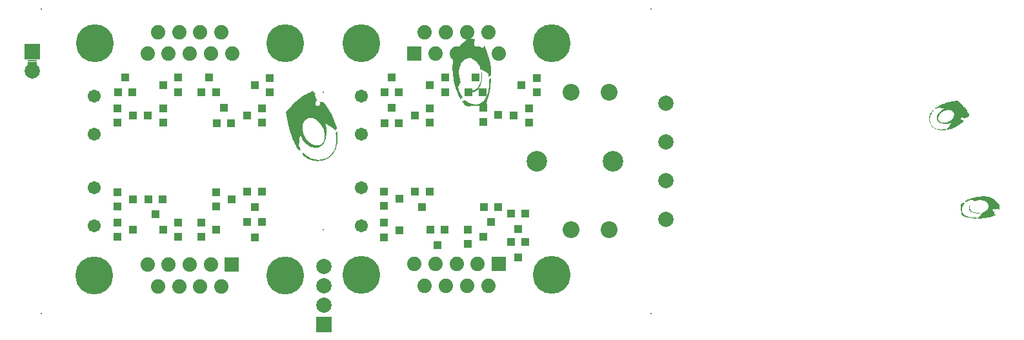
<source format=gbs>
G04 Layer_Color=16711935*
%FSLAX25Y25*%
%MOIN*%
G70*
G01*
G75*
%ADD65C,0.06706*%
%ADD66C,0.10642*%
%ADD67C,0.08674*%
%ADD68C,0.19540*%
%ADD69R,0.07453X0.07453*%
%ADD70C,0.07453*%
%ADD71R,0.07887X0.07887*%
%ADD72C,0.07887*%
%ADD73R,0.07887X0.07887*%
%ADD74C,0.00800*%
%ADD75R,0.04724X0.00787*%
%ADD76R,0.04343X0.03950*%
%ADD77R,0.03950X0.04343*%
%ADD78R,0.04737X0.03162*%
G36*
X486124Y128953D02*
X487010Y128105D01*
X487869Y127231D01*
X488285Y126780D01*
X488693Y126316D01*
X489086Y125839D01*
X489463Y125347D01*
X489825Y124837D01*
X490170Y124308D01*
X490352Y124000D01*
Y126062D01*
X490356D01*
Y123994D01*
X490495Y123759D01*
X490801Y123189D01*
X491083Y122593D01*
X491341Y121973D01*
X490556Y121045D01*
X490356Y121086D01*
Y78463D01*
X490521Y78541D01*
X491115Y78797D01*
X491740Y79040D01*
X492399Y79268D01*
X493091Y79478D01*
X493813Y79667D01*
X494565Y79831D01*
X495348Y79968D01*
X496163Y80079D01*
X497005Y80154D01*
X497877Y80198D01*
X498776Y80204D01*
X499704Y80172D01*
X500659Y80096D01*
X501190Y80128D01*
X501374Y80126D01*
X501591Y80083D01*
X502298Y79757D01*
X503035Y79363D01*
X503783Y78895D01*
X504156Y78634D01*
X504525Y78355D01*
X504887Y78057D01*
X505240Y77739D01*
X505583Y77403D01*
X505910Y77045D01*
X506223Y76667D01*
X506516Y76271D01*
X506789Y75854D01*
X507038Y75416D01*
X506886Y74427D01*
X506747Y73482D01*
X506524Y73634D01*
X506277Y73747D01*
X506010Y73818D01*
X505726Y73844D01*
X505429Y73816D01*
X505145Y73736D01*
X504881Y73606D01*
X504642Y73428D01*
X504534Y73580D01*
X504390Y73695D01*
X504223Y73768D01*
X504037Y73794D01*
X503900Y73779D01*
X503772Y73740D01*
X503657Y73677D01*
X503556Y73595D01*
X503473Y73493D01*
X503410Y73378D01*
X503371Y73250D01*
X503358Y73114D01*
X503371Y72977D01*
X503410Y72849D01*
X503473Y72732D01*
X503556Y72632D01*
X503657Y72548D01*
X503772Y72485D01*
X503900Y72446D01*
X504037Y72433D01*
X504115Y72437D01*
X504098Y72216D01*
X504115Y71975D01*
X504167Y71743D01*
X504252Y71524D01*
X504367Y71320D01*
X504507Y71136D01*
X504677Y70971D01*
X504868Y70832D01*
X505080Y70719D01*
X504534Y70468D01*
X503981Y70234D01*
X503421Y70017D01*
X502859Y69820D01*
X502294Y69640D01*
X501723Y69475D01*
X501149Y69330D01*
X500574Y69200D01*
X499418Y68991D01*
X498258Y68844D01*
X497100Y68757D01*
X495947Y68727D01*
X495773Y69095D01*
X495626Y69466D01*
X496673Y69603D01*
X498041Y71808D01*
X497590Y71678D01*
X497146Y71576D01*
X496705Y71500D01*
X496274Y71450D01*
X495851Y71426D01*
X495439D01*
X495036Y71450D01*
X494648Y71494D01*
X494390Y71539D01*
Y69369D01*
X494962Y69401D01*
X495079Y69072D01*
X495214Y68740D01*
X494390Y68781D01*
Y66261D01*
X494385D01*
Y68781D01*
X494175Y68792D01*
X493149Y68887D01*
X492141Y69024D01*
X491150Y69200D01*
X490183Y69412D01*
X489242Y69659D01*
X488329Y69941D01*
X487449Y70251D01*
X487308Y70856D01*
X487188Y71498D01*
X487086Y72177D01*
X487006Y72897D01*
X486948Y73658D01*
X486913Y74464D01*
X486902Y75319D01*
X486915Y76221D01*
X487214Y76487D01*
X487550Y76765D01*
X487925Y77049D01*
X488340Y77335D01*
X488383Y77162D01*
X488474Y76982D01*
X488606Y76809D01*
X488773Y76646D01*
X488847Y76590D01*
X488589Y76308D01*
X488357Y76017D01*
X488149Y75718D01*
X487965Y75410D01*
X487808Y75098D01*
X487678Y74781D01*
X487574Y74462D01*
X487498Y74141D01*
X487451Y73820D01*
X487429Y73500D01*
X487438Y73181D01*
X487474Y72866D01*
X487542Y72556D01*
X487637Y72255D01*
X487765Y71958D01*
X487921Y71671D01*
X488110Y71396D01*
X488331Y71131D01*
X488583Y70880D01*
X488867Y70644D01*
X489183Y70423D01*
X489535Y70216D01*
X489918Y70030D01*
X490337Y69865D01*
X490790Y69720D01*
X491278Y69596D01*
X491800Y69497D01*
X492360Y69423D01*
X492954Y69375D01*
X493587Y69353D01*
X494255Y69362D01*
X494385Y69369D01*
Y71539D01*
X494270Y71559D01*
X493908Y71645D01*
X493564Y71747D01*
X493236Y71869D01*
X492926Y72005D01*
X492633Y72157D01*
X492364Y72322D01*
X492115Y72500D01*
X491892Y72691D01*
X491690Y72890D01*
X491514Y73101D01*
X491367Y73320D01*
X491245Y73545D01*
X491154Y73777D01*
X491091Y74013D01*
X491061Y74252D01*
X491065Y74495D01*
X491102Y74740D01*
X491174Y74985D01*
X491282Y75230D01*
X491428Y75471D01*
X491612Y75711D01*
X491835Y75945D01*
X492100Y76175D01*
X491952Y75952D01*
X491829Y75722D01*
X491727Y75488D01*
X491649Y75254D01*
X491595Y75017D01*
X491564Y74779D01*
X491558Y74542D01*
X491577Y74306D01*
X491647Y73972D01*
X491761Y73653D01*
X491922Y73354D01*
X492124Y73072D01*
X492362Y72812D01*
X492640Y72571D01*
X492948Y72355D01*
X493290Y72162D01*
X493659Y71992D01*
X494054Y71851D01*
X494385Y71763D01*
Y74128D01*
X494390D01*
Y71760D01*
X494470Y71739D01*
X494908Y71656D01*
X495363Y71602D01*
X495836Y71583D01*
X496317Y71593D01*
X496812Y71641D01*
X497276Y71719D01*
X497725Y71823D01*
X498156Y71956D01*
X498568Y72112D01*
X498956Y72292D01*
X499321Y72493D01*
X499659Y72715D01*
X499969Y72955D01*
X500249Y73211D01*
X500496Y73482D01*
X500711Y73768D01*
X500888Y74063D01*
X501029Y74369D01*
X501129Y74683D01*
X501186Y75004D01*
X501201Y75332D01*
X501181Y75566D01*
X501112Y75900D01*
X500997Y76217D01*
X500836Y76516D01*
X500635Y76798D01*
X500396Y77060D01*
X500119Y77298D01*
X499809Y77518D01*
X499468Y77711D01*
X499099Y77877D01*
X498705Y78018D01*
X498288Y78131D01*
X497851Y78216D01*
X497395Y78268D01*
X496922Y78290D01*
X496439Y78276D01*
X495947Y78229D01*
X495487Y78153D01*
X495038Y78047D01*
X494600Y77912D01*
X494179Y77750D01*
X492486Y78537D01*
X492072Y78433D01*
X491673Y78309D01*
X491291Y78170D01*
X490927Y78016D01*
X490578Y77849D01*
X490356Y77728D01*
Y75798D01*
X490352D01*
Y77726D01*
X490244Y77667D01*
X489929Y77472D01*
X489630Y77266D01*
X489437Y77455D01*
X489196Y77617D01*
X488947Y77719D01*
X489437Y77999D01*
X489962Y78274D01*
X490352Y78461D01*
Y121086D01*
X490345Y121088D01*
X490122Y121092D01*
X489894Y121064D01*
X489662Y121003D01*
X489433Y120910D01*
X489207Y120786D01*
X488992Y120635D01*
X488789Y120452D01*
X488593Y120231D01*
X488604Y120353D01*
X488589Y120496D01*
X488541Y120630D01*
X488463Y120756D01*
X488359Y120867D01*
X488231Y120958D01*
X488088Y121025D01*
X487932Y121066D01*
X487767Y121079D01*
X487598Y121064D01*
X487442Y121023D01*
X487299Y120956D01*
X487175Y120867D01*
X487073Y120760D01*
X486995Y120637D01*
X486948Y120500D01*
X486930Y120353D01*
X486948Y120207D01*
X486995Y120071D01*
X487073Y119947D01*
X487175Y119841D01*
X487299Y119752D01*
X487442Y119685D01*
X487598Y119641D01*
X487767Y119629D01*
X487923Y119641D01*
X488073Y119678D01*
X488210Y119739D01*
X488335Y119822D01*
X488220Y119533D01*
X488155Y119249D01*
X488142Y118971D01*
X488181Y118711D01*
Y118709D01*
X487678Y118295D01*
X487171Y117902D01*
X486663Y117534D01*
X486152Y117187D01*
X485640Y116862D01*
X485126Y116556D01*
X484614Y116274D01*
X484103Y116012D01*
X483591Y115771D01*
X483081Y115550D01*
X482576Y115350D01*
X482073Y115170D01*
X481572Y115010D01*
X481075Y114867D01*
X480585Y114745D01*
X480100Y114641D01*
X479649Y115229D01*
X480134Y115374D01*
X481910Y118019D01*
X481091Y117872D01*
X480319Y117772D01*
X479599Y117722D01*
X478927Y117716D01*
X478306Y117751D01*
X477732Y117826D01*
X477207Y117939D01*
X477138Y117961D01*
Y118362D01*
X477153Y118358D01*
X477500Y118295D01*
X477862Y118260D01*
X478239Y118256D01*
X478625Y118282D01*
X479022Y118338D01*
X479425Y118427D01*
X479831Y118549D01*
X480238Y118700D01*
X480644Y118885D01*
X480939Y119041D01*
X481221Y119212D01*
X481492Y119392D01*
X481745Y119585D01*
X481986Y119789D01*
X482212Y119999D01*
X482420Y120218D01*
X482611Y120446D01*
X482784Y120678D01*
X482938Y120916D01*
X483075Y121157D01*
X483187Y121402D01*
X483283Y121649D01*
X483355Y121899D01*
X483402Y122146D01*
X483428Y122393D01*
X483426Y122686D01*
X483389Y122968D01*
X483318Y123237D01*
X483211Y123493D01*
X483055Y123755D01*
X482864Y123991D01*
X482641Y124199D01*
X482387Y124377D01*
X482108Y124529D01*
X481804Y124653D01*
X481477Y124746D01*
X481130Y124811D01*
X480768Y124846D01*
X480392Y124850D01*
X480004Y124824D01*
X479607Y124766D01*
X479204Y124677D01*
X478799Y124557D01*
X478391Y124406D01*
X477988Y124221D01*
X477595Y124009D01*
X477229Y123775D01*
X476888Y123523D01*
X476574Y123256D01*
X476290Y122974D01*
X476036Y122679D01*
X475813Y122378D01*
X475620Y122068D01*
X475464Y121754D01*
X475342Y121437D01*
X475255Y121118D01*
X475208Y120804D01*
X475199Y120494D01*
X475229Y120190D01*
X475303Y119895D01*
X475418Y119613D01*
X475574Y119351D01*
X475765Y119115D01*
X475988Y118906D01*
X476196Y118759D01*
Y120112D01*
X476201D01*
Y118755D01*
X476242Y118726D01*
X476522Y118575D01*
X476827Y118453D01*
X477133Y118364D01*
Y117963D01*
X476730Y118087D01*
X476301Y118267D01*
X476201Y118321D01*
Y114823D01*
X476350Y114810D01*
X476971Y114802D01*
X477133Y114810D01*
X477138Y114812D01*
X477623Y114841D01*
X478306Y114929D01*
X479022Y115068D01*
X479388Y114520D01*
X478753Y114444D01*
X478133Y114400D01*
X477528Y114390D01*
X477138Y114402D01*
X477133D01*
X476940Y114409D01*
X476370Y114457D01*
X476201Y114481D01*
Y112245D01*
X476196D01*
Y114481D01*
X475821Y114535D01*
X475294Y114641D01*
X474789Y114776D01*
X474310Y114936D01*
X473855Y115125D01*
X473430Y115337D01*
X473031Y115576D01*
X472664Y115838D01*
X472330Y116122D01*
X472029Y116430D01*
X471762Y116762D01*
X471515Y117128D01*
X471287Y117527D01*
X471086Y117957D01*
X470910Y118412D01*
X470767Y118889D01*
X470660Y119390D01*
X470595Y119906D01*
X470576Y120440D01*
X470606Y120984D01*
X470691Y121537D01*
X470832Y122098D01*
X471038Y122662D01*
X471309Y123228D01*
X471652Y123792D01*
X472070Y124351D01*
X472308Y124629D01*
X472569Y124904D01*
X472822Y124757D01*
X473080Y124646D01*
X472690Y124271D01*
X472341Y123876D01*
X472031Y123467D01*
X471760Y123042D01*
X471528Y122606D01*
X471335Y122161D01*
X471183Y121710D01*
X471066Y121255D01*
X470990Y120795D01*
X470949Y120338D01*
X470947Y119882D01*
X470981Y119433D01*
X471055Y118989D01*
X471164Y118557D01*
X471307Y118134D01*
X471489Y117727D01*
X471703Y117336D01*
X471955Y116966D01*
X472243Y116616D01*
X472564Y116289D01*
X472920Y115988D01*
X473310Y115717D01*
X473733Y115476D01*
X474191Y115266D01*
X474681Y115094D01*
X475206Y114958D01*
X475761Y114862D01*
X476196Y114823D01*
Y118323D01*
X475917Y118475D01*
X475581Y118711D01*
X475288Y118974D01*
X475043Y119255D01*
X474843Y119559D01*
X474687Y119878D01*
X474575Y120214D01*
X474507Y120559D01*
X474481Y120916D01*
X474499Y121281D01*
X474557Y121647D01*
X474659Y122018D01*
X474802Y122389D01*
X474984Y122755D01*
X475210Y123117D01*
X475472Y123471D01*
X475776Y123816D01*
X476118Y124145D01*
X476498Y124462D01*
X476916Y124759D01*
X477374Y125037D01*
X477866Y125290D01*
X478398Y125520D01*
X475041Y125915D01*
X474505Y125644D01*
X474006Y125347D01*
X473865Y125602D01*
X473659Y125854D01*
X474095Y126169D01*
X474564Y126474D01*
X475067Y126776D01*
X475607Y127068D01*
X476184Y127352D01*
X476797Y127628D01*
X477450Y127897D01*
X478144Y128153D01*
X478877Y128400D01*
X479651Y128636D01*
X480468Y128862D01*
X481329Y129074D01*
X482236Y129274D01*
X483185Y129460D01*
X484183Y129631D01*
X485228Y129790D01*
X486124Y128953D01*
D02*
G37*
G36*
X232660Y161789D02*
X234377Y161525D01*
X236018Y161284D01*
X235754Y160897D01*
X235559Y160468D01*
X235435Y160004D01*
X235389Y159511D01*
X235438Y158996D01*
X235578Y158502D01*
X235804Y158043D01*
X236112Y157629D01*
X235849Y157441D01*
X235649Y157193D01*
X235521Y156903D01*
X235476Y156579D01*
X235502Y156342D01*
X235570Y156120D01*
X235679Y155920D01*
X235822Y155743D01*
X235999Y155600D01*
X236199Y155491D01*
X236421Y155423D01*
X236658Y155401D01*
X236895Y155423D01*
X237117Y155491D01*
X237320Y155600D01*
X237494Y155743D01*
X237640Y155920D01*
X237750Y156120D01*
X237817Y156342D01*
X237840Y156579D01*
X237832Y156714D01*
X238216Y156684D01*
X238634Y156714D01*
X239037Y156805D01*
X239417Y156952D01*
X239771Y157151D01*
X240091Y157396D01*
X240377Y157689D01*
X240618Y158021D01*
X240813Y158390D01*
X241250Y157441D01*
X241657Y156481D01*
X242033Y155510D01*
X242376Y154535D01*
X242688Y153552D01*
X242974Y152562D01*
X243227Y151565D01*
X243452Y150567D01*
X243814Y148561D01*
X244070Y146546D01*
X244220Y144536D01*
X244273Y142534D01*
X243633Y142232D01*
X242989Y141976D01*
X242752Y143795D01*
X238924Y146170D01*
X239150Y145387D01*
X239327Y144615D01*
X239458Y143851D01*
X239545Y143102D01*
X239586Y142368D01*
Y141653D01*
X239545Y140953D01*
X239470Y140279D01*
X239391Y139831D01*
X243159D01*
X243102Y140824D01*
X243675Y141028D01*
X244250Y141261D01*
X244179Y139831D01*
X248553D01*
Y139823D01*
X244179D01*
X244160Y139458D01*
X243995Y137677D01*
X243758Y135927D01*
X243453Y134206D01*
X243084Y132527D01*
X242654Y130894D01*
X242165Y129309D01*
X241627Y127780D01*
X240577Y127536D01*
X239462Y127329D01*
X238284Y127152D01*
X237034Y127012D01*
X235713Y126911D01*
X234312Y126850D01*
X232829Y126832D01*
X231263Y126854D01*
X230800Y127374D01*
X230318Y127957D01*
X229825Y128609D01*
X229328Y129327D01*
X229629Y129403D01*
X229942Y129561D01*
X230243Y129791D01*
X230525Y130080D01*
X230623Y130208D01*
X231113Y129760D01*
X231617Y129358D01*
X232136Y128996D01*
X232671Y128676D01*
X233213Y128405D01*
X233763Y128179D01*
X234316Y127999D01*
X234873Y127867D01*
X235430Y127784D01*
X235987Y127746D01*
X236541Y127761D01*
X237087Y127825D01*
X237625Y127942D01*
X238148Y128108D01*
X238664Y128330D01*
X239161Y128601D01*
X239639Y128928D01*
X240098Y129313D01*
X240535Y129749D01*
X240945Y130242D01*
X241329Y130792D01*
X241687Y131402D01*
X242011Y132068D01*
X242297Y132795D01*
X242549Y133581D01*
X242764Y134428D01*
X242937Y135336D01*
X243065Y136307D01*
X243148Y137338D01*
X243185Y138438D01*
X243170Y139597D01*
X243159Y139823D01*
X239390D01*
X239357Y139623D01*
X239206Y138995D01*
X239029Y138396D01*
X238818Y137828D01*
X238581Y137289D01*
X238318Y136781D01*
X238032Y136314D01*
X237723Y135881D01*
X237392Y135494D01*
X237045Y135144D01*
X236680Y134839D01*
X236300Y134583D01*
X235908Y134372D01*
X235506Y134214D01*
X235095Y134105D01*
X234681Y134052D01*
X234260Y134060D01*
X233834Y134124D01*
X233409Y134248D01*
X232983Y134436D01*
X232565Y134688D01*
X232148Y135008D01*
X231741Y135396D01*
X231342Y135855D01*
X231730Y135599D01*
X232129Y135385D01*
X232535Y135208D01*
X232942Y135072D01*
X233352Y134978D01*
X233766Y134925D01*
X234177Y134914D01*
X234587Y134948D01*
X235167Y135068D01*
X235720Y135268D01*
X236240Y135547D01*
X236729Y135897D01*
X237181Y136311D01*
X237599Y136793D01*
X237975Y137327D01*
X238310Y137922D01*
X238604Y138562D01*
X238848Y139247D01*
X239003Y139823D01*
X234896D01*
Y139831D01*
X239007D01*
X239044Y139970D01*
X239187Y140731D01*
X239281Y141521D01*
X239315Y142342D01*
X239296Y143177D01*
X239214Y144036D01*
X239078Y144841D01*
X238897Y145621D01*
X238668Y146370D01*
X238397Y147085D01*
X238084Y147759D01*
X237734Y148391D01*
X237350Y148978D01*
X236932Y149517D01*
X236488Y150002D01*
X236017Y150432D01*
X235521Y150804D01*
X235009Y151113D01*
X234478Y151358D01*
X233932Y151531D01*
X233375Y151629D01*
X232806Y151655D01*
X232400Y151621D01*
X231820Y151501D01*
X231271Y151301D01*
X230751Y151023D01*
X230262Y150672D01*
X229806Y150258D01*
X229392Y149777D01*
X229012Y149238D01*
X228677Y148647D01*
X228387Y148007D01*
X228142Y147322D01*
X227946Y146599D01*
X227800Y145839D01*
X227709Y145048D01*
X227672Y144228D01*
X227694Y143388D01*
X227777Y142534D01*
X227909Y141736D01*
X228093Y140956D01*
X228327Y140196D01*
X228609Y139466D01*
X227242Y136526D01*
X227423Y135807D01*
X227638Y135114D01*
X227879Y134451D01*
X228146Y133819D01*
X228436Y133213D01*
X228647Y132829D01*
X231997D01*
Y132821D01*
X228650D01*
X228752Y132633D01*
X229091Y132087D01*
X229448Y131568D01*
X229121Y131232D01*
X228838Y130815D01*
X228662Y130382D01*
X228176Y131232D01*
X227698Y132143D01*
X227374Y132821D01*
X153376D01*
X153372Y132810D01*
X153365Y132422D01*
X153413Y132027D01*
X153519Y131624D01*
X153681Y131225D01*
X153895Y130833D01*
X154159Y130461D01*
X154475Y130107D01*
X154859Y129768D01*
X154648Y129787D01*
X154400Y129761D01*
X154166Y129678D01*
X153948Y129542D01*
X153756Y129362D01*
X153598Y129139D01*
X153481Y128891D01*
X153410Y128620D01*
X153387Y128334D01*
X153413Y128040D01*
X153485Y127769D01*
X153602Y127521D01*
X153756Y127306D01*
X153940Y127129D01*
X154155Y126994D01*
X154392Y126911D01*
X154648Y126881D01*
X154900Y126911D01*
X155138Y126994D01*
X155352Y127129D01*
X155537Y127306D01*
X155691Y127521D01*
X155808Y127769D01*
X155883Y128040D01*
X155905Y128334D01*
X155883Y128605D01*
X155819Y128865D01*
X155714Y129102D01*
X155570Y129320D01*
X156071Y129121D01*
X156564Y129008D01*
X157046Y128985D01*
X157498Y129053D01*
X157501D01*
X158220Y128180D01*
X158902Y127299D01*
X159542Y126418D01*
X160144Y125529D01*
X160709Y124641D01*
X161239Y123749D01*
X161729Y122860D01*
X162184Y121972D01*
X162602Y121083D01*
X162986Y120199D01*
X163332Y119322D01*
X163645Y118448D01*
X163924Y117579D01*
X164172Y116717D01*
X164383Y115866D01*
X164564Y115023D01*
X163543Y114240D01*
X163291Y115083D01*
X158698Y118166D01*
X158954Y116743D01*
X159127Y115403D01*
X159214Y114153D01*
X159225Y112986D01*
X159165Y111909D01*
X159034Y110912D01*
X158838Y110001D01*
X158800Y109880D01*
X158104D01*
X158112Y109907D01*
X158221Y110509D01*
X158281Y111138D01*
X158289Y111793D01*
X158243Y112463D01*
X158145Y113152D01*
X157991Y113852D01*
X157780Y114556D01*
X157517Y115263D01*
X157197Y115968D01*
X156926Y116479D01*
X156628Y116969D01*
X156316Y117439D01*
X155981Y117880D01*
X155627Y118298D01*
X155262Y118689D01*
X154882Y119051D01*
X154486Y119382D01*
X154084Y119683D01*
X153670Y119950D01*
X153252Y120187D01*
X152826Y120383D01*
X152397Y120549D01*
X151964Y120673D01*
X151535Y120756D01*
X151106Y120801D01*
X150598Y120798D01*
X150108Y120734D01*
X149642Y120609D01*
X149197Y120425D01*
X148742Y120154D01*
X148331Y119823D01*
X147970Y119435D01*
X147661Y118994D01*
X147398Y118509D01*
X147183Y117982D01*
X147021Y117413D01*
X146908Y116811D01*
X146848Y116182D01*
X146841Y115531D01*
X146886Y114857D01*
X146987Y114169D01*
X147142Y113468D01*
X147349Y112764D01*
X147612Y112057D01*
X147932Y111356D01*
X148301Y110675D01*
X148708Y110039D01*
X149144Y109448D01*
X149607Y108902D01*
X150097Y108409D01*
X150609Y107968D01*
X151132Y107581D01*
X151670Y107246D01*
X152216Y106974D01*
X152766Y106764D01*
X153319Y106613D01*
X153865Y106530D01*
X154403Y106515D01*
X154930Y106568D01*
X155442Y106696D01*
X155932Y106895D01*
X156387Y107167D01*
X156798Y107498D01*
X157159Y107886D01*
X157415Y108247D01*
X155066D01*
Y108255D01*
X157422D01*
X157471Y108326D01*
X157735Y108812D01*
X157946Y109343D01*
X158100Y109873D01*
X158797D01*
X158582Y109173D01*
X158270Y108428D01*
X158175Y108255D01*
X164248D01*
X164270Y108514D01*
X164285Y109591D01*
X164270Y109873D01*
X164267Y109881D01*
X164218Y110724D01*
X164064Y111910D01*
X163822Y113153D01*
X164775Y113789D01*
X164907Y112686D01*
X164982Y111609D01*
X165001Y110559D01*
X164978Y109881D01*
Y109873D01*
X164967Y109538D01*
X164884Y108548D01*
X164843Y108255D01*
X168724D01*
Y108247D01*
X164843D01*
X164749Y107596D01*
X164564Y106681D01*
X164331Y105804D01*
X164052Y104972D01*
X163725Y104181D01*
X163356Y103443D01*
X162942Y102751D01*
X162486Y102114D01*
X161993Y101535D01*
X161459Y101012D01*
X160882Y100549D01*
X160246Y100119D01*
X159554Y99724D01*
X158808Y99374D01*
X158018Y99069D01*
X157190Y98821D01*
X156320Y98636D01*
X155424Y98523D01*
X154498Y98489D01*
X153553Y98542D01*
X152593Y98689D01*
X151618Y98934D01*
X150639Y99291D01*
X149657Y99762D01*
X148678Y100356D01*
X147707Y101083D01*
X147225Y101497D01*
X146747Y101949D01*
X147003Y102389D01*
X147195Y102837D01*
X147846Y102160D01*
X148531Y101554D01*
X149243Y101015D01*
X149980Y100545D01*
X150737Y100142D01*
X151509Y99807D01*
X152292Y99543D01*
X153083Y99340D01*
X153881Y99208D01*
X154675Y99137D01*
X155465Y99134D01*
X156245Y99194D01*
X157016Y99322D01*
X157765Y99510D01*
X158500Y99758D01*
X159207Y100075D01*
X159885Y100447D01*
X160529Y100884D01*
X161135Y101385D01*
X161703Y101942D01*
X162226Y102559D01*
X162697Y103237D01*
X163115Y103971D01*
X163480Y104765D01*
X163777Y105616D01*
X164015Y106527D01*
X164180Y107491D01*
X164248Y108247D01*
X158172D01*
X157908Y107762D01*
X157498Y107178D01*
X157043Y106670D01*
X156553Y106245D01*
X156026Y105898D01*
X155473Y105627D01*
X154889Y105431D01*
X154291Y105315D01*
X153670Y105270D01*
X153037Y105300D01*
X152401Y105401D01*
X151757Y105578D01*
X151114Y105827D01*
X150477Y106143D01*
X149849Y106534D01*
X149235Y106990D01*
X148637Y107517D01*
X148064Y108112D01*
X147515Y108771D01*
X146999Y109497D01*
X146517Y110291D01*
X146077Y111146D01*
X145678Y112068D01*
X144993Y106241D01*
X145463Y105311D01*
X145979Y104445D01*
X145535Y104200D01*
X145098Y103843D01*
X144552Y104599D01*
X144021Y105413D01*
X143498Y106286D01*
X142990Y107223D01*
X142497Y108225D01*
X142019Y109290D01*
X141552Y110423D01*
X141108Y111628D01*
X140678Y112900D01*
X140268Y114244D01*
X139877Y115663D01*
X139508Y117158D01*
X139161Y118731D01*
X138838Y120380D01*
X138540Y122112D01*
X138265Y123926D01*
X139718Y125481D01*
X141190Y127021D01*
X142708Y128512D01*
X143491Y129234D01*
X144296Y129942D01*
X145124Y130623D01*
X145979Y131278D01*
X146863Y131907D01*
X147782Y132506D01*
X148317Y132822D01*
X144737D01*
Y132830D01*
X148328D01*
X148734Y133071D01*
X149724Y133601D01*
X150760Y134091D01*
X151836Y134539D01*
X153448Y133176D01*
X153376Y132830D01*
X227371D01*
X227235Y133116D01*
X226791Y134147D01*
X226370Y135231D01*
X225974Y136376D01*
X225609Y137577D01*
X225282Y138830D01*
X224995Y140137D01*
X224758Y141496D01*
X224566Y142911D01*
X224435Y144371D01*
X224359Y145885D01*
X224348Y147447D01*
X224405Y149058D01*
X224536Y150715D01*
X224480Y151637D01*
X224483Y151957D01*
X224558Y152333D01*
X225123Y153561D01*
X225808Y154841D01*
X226621Y156139D01*
X227073Y156787D01*
X227559Y157427D01*
X228074Y158055D01*
X228628Y158669D01*
X229211Y159264D01*
X229832Y159832D01*
X230487Y160374D01*
X231176Y160883D01*
X231899Y161357D01*
X232660Y161790D01*
X232660Y161789D01*
D02*
G37*
D65*
X177165Y112205D02*
D03*
Y131890D02*
D03*
Y84646D02*
D03*
Y64961D02*
D03*
X39370Y84646D02*
D03*
Y64961D02*
D03*
Y112205D02*
D03*
Y131890D02*
D03*
D66*
X307087Y98425D02*
D03*
X267717D02*
D03*
D67*
X305118Y133858D02*
D03*
X285433D02*
D03*
X305118Y62992D02*
D03*
X285433D02*
D03*
D68*
X39370Y39370D02*
D03*
X137756D02*
D03*
X137776Y159449D02*
D03*
X39390D02*
D03*
X275571D02*
D03*
X177185D02*
D03*
X177185Y39685D02*
D03*
X275571D02*
D03*
D69*
X110374Y44961D02*
D03*
X204567Y153858D02*
D03*
X248189Y45276D02*
D03*
D70*
X104921Y33779D02*
D03*
X99468Y44961D02*
D03*
X94016Y33779D02*
D03*
X88563Y44961D02*
D03*
X83110Y33779D02*
D03*
X77658Y44961D02*
D03*
X72205Y33779D02*
D03*
X66752Y44961D02*
D03*
X66772Y153858D02*
D03*
X72224Y165039D02*
D03*
X77677Y153858D02*
D03*
X83130Y165039D02*
D03*
X88583Y153858D02*
D03*
X94035Y165039D02*
D03*
X99488Y153858D02*
D03*
X104941Y165039D02*
D03*
X110394Y153858D02*
D03*
X210020Y165039D02*
D03*
X215472Y153858D02*
D03*
X220925Y165039D02*
D03*
X226378Y153858D02*
D03*
X231831Y165039D02*
D03*
X237283Y153858D02*
D03*
X242736Y165039D02*
D03*
X248189Y153858D02*
D03*
X242736Y34095D02*
D03*
X237283Y45276D02*
D03*
X231831Y34095D02*
D03*
X226378Y45276D02*
D03*
X220925Y34095D02*
D03*
X215472Y45276D02*
D03*
X210020Y34095D02*
D03*
X204567Y45276D02*
D03*
D71*
X7087Y155000D02*
D03*
D72*
Y145000D02*
D03*
X157874Y44134D02*
D03*
Y34134D02*
D03*
Y24134D02*
D03*
X334646Y68425D02*
D03*
Y88425D02*
D03*
Y108425D02*
D03*
Y128425D02*
D03*
D73*
X157874Y14134D02*
D03*
D74*
X11811Y19685D02*
D03*
Y177165D02*
D03*
X326772D02*
D03*
Y19685D02*
D03*
X157480Y62992D02*
D03*
Y133858D02*
D03*
D75*
X7087Y150394D02*
D03*
D76*
X267717Y141339D02*
D03*
Y133858D02*
D03*
X259842Y137598D02*
D03*
X263779Y125787D02*
D03*
Y118307D02*
D03*
X255906Y122047D02*
D03*
X240158Y118504D02*
D03*
Y125984D02*
D03*
X248031Y122244D02*
D03*
X220472Y141535D02*
D03*
Y134055D02*
D03*
X212598Y137795D02*
D03*
X212598Y125787D02*
D03*
Y118307D02*
D03*
X204724Y122047D02*
D03*
X129921Y141339D02*
D03*
Y133858D02*
D03*
X122047Y137598D02*
D03*
X125984Y125787D02*
D03*
Y118307D02*
D03*
X118110Y122047D02*
D03*
X82677Y141535D02*
D03*
Y134055D02*
D03*
X74803Y137795D02*
D03*
Y125787D02*
D03*
Y118307D02*
D03*
X66929Y122047D02*
D03*
X51181Y118307D02*
D03*
Y125787D02*
D03*
X59055Y122047D02*
D03*
X102362Y75000D02*
D03*
Y82480D02*
D03*
X110236Y78740D02*
D03*
X94488Y59252D02*
D03*
Y66732D02*
D03*
X102362Y62992D02*
D03*
X82677Y66732D02*
D03*
Y59252D02*
D03*
X74803Y62992D02*
D03*
X51181Y75000D02*
D03*
Y82480D02*
D03*
X59055Y78740D02*
D03*
X51181Y59252D02*
D03*
Y66732D02*
D03*
X59055Y62992D02*
D03*
X188976Y75197D02*
D03*
Y82677D02*
D03*
X196850Y78937D02*
D03*
X188976Y59055D02*
D03*
Y66535D02*
D03*
X196850Y62795D02*
D03*
X232283Y55512D02*
D03*
Y62992D02*
D03*
X240158Y59252D02*
D03*
D77*
X239961Y133858D02*
D03*
X232480D02*
D03*
X236221Y141732D02*
D03*
X196653Y118110D02*
D03*
X189173D02*
D03*
X192913Y125984D02*
D03*
X196653Y133858D02*
D03*
X189173D02*
D03*
X192913Y141732D02*
D03*
X110039Y118110D02*
D03*
X102559D02*
D03*
X106299Y125984D02*
D03*
X102165Y133858D02*
D03*
X94685D02*
D03*
X98425Y141732D02*
D03*
X58858Y133858D02*
D03*
X51378D02*
D03*
X55118Y141732D02*
D03*
X118307Y82677D02*
D03*
X125787D02*
D03*
X122047Y74803D02*
D03*
X118307Y66929D02*
D03*
X125787D02*
D03*
X122047Y59055D02*
D03*
X67126Y78740D02*
D03*
X74606D02*
D03*
X70866Y70866D02*
D03*
X240551Y74803D02*
D03*
X248031D02*
D03*
X244291Y66929D02*
D03*
X254528Y71260D02*
D03*
X262008D02*
D03*
X258268Y63386D02*
D03*
X254528Y56693D02*
D03*
X262008D02*
D03*
X258268Y48819D02*
D03*
X204921Y82677D02*
D03*
X212402D02*
D03*
X208661Y74803D02*
D03*
X212795Y62992D02*
D03*
X220276D02*
D03*
X216535Y55118D02*
D03*
D78*
X7087Y148425D02*
D03*
Y152362D02*
D03*
M02*

</source>
